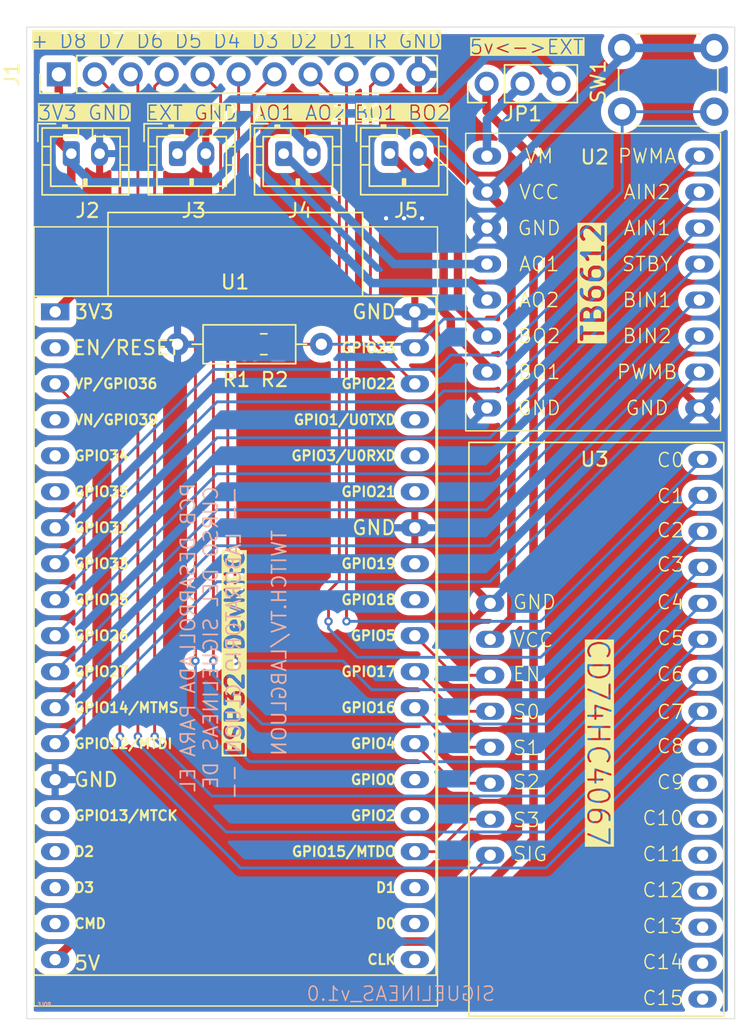
<source format=kicad_pcb>
(kicad_pcb (version 20240108) (generator "pcbnew") (generator_version "8.0")
  (layers (0 "F.Cu" signal) (31 "B.Cu" signal) (34 "B.Paste" user) (35 "F.Paste" user) (36 "B.SilkS" user "B.Silkscreen") (37 "F.SilkS" user "F.Silkscreen") (38 "B.Mask" user) (39 "F.Mask" user) (44 "Edge.Cuts" user))
  (net 0 "")
  (net 1 "GND")
  (net 3 "EN")
  (net 7 "STBY")
  (net 8 "AIN2")
  (net 9 "S1")
  (net 10 "SIG")
  (net 11 "PWMA")
  (net 12 "BIN2")
  (net 13 "AIN1")
  (net 18 "S3")
  (net 23 "S0")
  (net 25 "PWMB")
  (net 26 "IR")
  (net 27 "BIN1")
  (net 33 "S2")
  (net 34 "+5V")
  (net 43 "Net-(J1-Pin_3)")
  (net 44 "Net-(J1-Pin_5)")
  (net 45 "Net-(J1-Pin_2)")
  (net 46 "+3V3")
  (net 47 "Net-(J1-Pin_8)")
  (net 48 "Net-(J1-Pin_6)")
  (net 49 "Net-(J1-Pin_4)")
  (net 50 "Net-(J1-Pin_9)")
  (net 51 "Net-(J1-Pin_7)")
  (net 52 "Net-(U1-GPIO23)")
  (net 53 "Net-(J4-Pin_1)")
  (net 54 "Net-(J4-Pin_2)")
  (net 55 "Net-(J5-Pin_2)")
  (net 56 "Net-(J5-Pin_1)")
  (net 57 "VCC")
  (net 58 "Net-(JP1-C)")
  (footprint "Button_Switch_THT:SW_PUSH_6mm_H5mm" (layer "F.Cu") (at 174.05 39.975 180)
    (property "Reference" "SW1" (at 8.188 2.129 -90) (layer "F.SilkS"))
    (property "Value" "SW_DIP_x01")
    (fp_line (start 6.75 3) (end 6.75 1.5) (stroke (width 0.12)) (layer "F.SilkS"))
    (fp_line (start 5.5 -1) (end 1 -1) (stroke (width 0.12)) (layer "F.SilkS"))
    (fp_line (start 1 5.5) (end 5.5 5.5) (stroke (width 0.12)) (layer "F.SilkS"))
    (fp_line (start -0.25 1.5) (end -0.25 3) (stroke (width 0.12)) (layer "F.SilkS"))
    (pad "1" thru_hole circle (at 0 0 270) (size 2 2) (drill 1.1) (layers "*.Cu" "*.Mask") (net 52 "Net-(U1-GPIO23)"))
    (pad "1" thru_hole circle (at 6.5 0 270) (size 2 2) (drill 1.1) (layers "*.Cu" "*.Mask") (net 52 "Net-(U1-GPIO23)"))
    (pad "2" thru_hole circle (at 0 4.5 270) (size 2 2) (drill 1.1) (layers "*.Cu" "*.Mask") (net 46 "+3V3"))
    (pad "2" thru_hole circle (at 6.5 4.5 270) (size 2 2) (drill 1.1) (layers "*.Cu" "*.Mask") (net 46 "+3V3"))
  )
  (footprint "Resistor_THT:R_Axial_DIN0207_L6.3mm_D2.5mm_P10.16mm_Horizontal" (layer "F.Cu") (at 146.304 56.388 180)
    (property "Reference" "R1" (at 6 -2.5 180) (layer "F.SilkS"))
    (property "Value" "R")
    (fp_line (start 9.12 0) (end 8.35 0) (stroke (width 0.12)) (layer "F.SilkS"))
    (fp_line (start 8.35 1.37) (end 8.35 -1.37) (stroke (width 0.12)) (layer "F.SilkS"))
    (fp_line (start 8.35 -1.37) (end 1.81 -1.37) (stroke (width 0.12)) (layer "F.SilkS"))
    (fp_line (start 1.81 1.37) (end 8.35 1.37) (stroke (width 0.12)) (layer "F.SilkS"))
    (fp_line (start 1.81 -1.37) (end 1.81 1.37) (stroke (width 0.12)) (layer "F.SilkS"))
    (fp_line (start 1.04 0) (end 1.81 0) (stroke (width 0.12)) (layer "F.SilkS"))
    (pad "1" thru_hole circle (at 0 0 180) (size 1.6 1.6) (drill 0.8) (layers "*.Cu" "*.Mask") (net 52 "Net-(U1-GPIO23)"))
    (pad "2" thru_hole oval (at 10.16 0 180) (size 1.6 1.6) (drill 0.8) (layers "*.Cu" "*.Mask") (net 1 "GND"))
  )
  (footprint "wiki:TB6612" (layer "F.Cu") (at 165.5 52)
    (property "Reference" "U2" (at 0.108 -8.82 0) (layer "F.SilkS"))
    (property "Value" "~" (hide yes))
    (fp_rect (start -9 -10.5) (end 9 10.5) (stroke (width 0.1)) (fill none) (layer "F.SilkS"))
    (fp_text user "TB6612" (at 0 0 90) (layer "F.SilkS" knockout) (effects (font (size 1.5 1.5) (thickness 0.25))))
    (fp_text user "BO2" (at -3.81 3.81 0) (layer "F.SilkS") (effects (font (thickness 0.1))))
    (fp_text user "BIN1" (at 3.81 1.27 0) (layer "F.SilkS") (effects (font (thickness 0.1))))
    (fp_text user "AIN1" (at 3.81 -3.81 0) (layer "F.SilkS") (effects (font (thickness 0.1))))
    (fp_text user "GND" (at -3.81 -3.81 0) (layer "F.SilkS") (effects (font (thickness 0.1))))
    (fp_text user "VM" (at -3.81 -8.89 0) (layer "F.SilkS") (effects (font (thickness 0.1))))
    (fp_text user "AIN2" (at 3.81 -6.35 0) (layer "F.SilkS") (effects (font (thickness 0.1))))
    (fp_text user "BIN2" (at 3.81 3.81 0) (layer "F.SilkS") (effects (font (thickness 0.1))))
    (fp_text user "BO1" (at -3.81 6.35 0) (layer "F.SilkS") (effects (font (thickness 0.1))))
    (fp_text user "PWMA" (at 3.81 -8.89 0) (layer "F.SilkS") (effects (font (thickness 0.1))))
    (fp_text user "VCC" (at -3.81 -6.35 0) (layer "F.SilkS") (effects (font (thickness 0.1))))
    (fp_text user "GND" (at 3.81 8.89 0) (layer "F.SilkS") (effects (font (thickness 0.1))))
    (fp_text user "AO2" (at -3.81 1.27 0) (layer "F.SilkS") (effects (font (thickness 0.1))))
    (fp_text user "STBY" (at 3.81 -1.27 0) (layer "F.SilkS") (effects (font (thickness 0.1))))
    (fp_text user "AO1" (at -3.81 -1.27 0) (layer "F.SilkS") (effects (font (thickness 0.1))))
    (fp_text user "PWMB" (at 3.81 6.35 0) (layer "F.SilkS") (effects (font (thickness 0.1))))
    (fp_text user "GND" (at -3.81 8.89 0) (layer "F.SilkS") (effects (font (thickness 0.1))))
    (pad "1" thru_hole oval (at -7.5 -8.89 270) (size 1.2 2) (drill 0.8) (layers "*.Cu" "*.Mask") (net 58 "Net-(JP1-C)"))
    (pad "2" thru_hole oval (at -7.5 -6.35 270) (size 1.2 2) (drill 0.8) (layers "*.Cu" "*.Mask") (net 46 "+3V3"))
    (pad "3" thru_hole oval (at -7.5 -3.81 270) (size 1.2 2) (drill 0.8) (layers "*.Cu" "*.Mask") (net 1 "GND"))
    (pad "4" thru_hole oval (at -7.5 -1.27 270) (size 1.2 2) (drill 0.8) (layers "*.Cu" "*.Mask") (net 53 "Net-(J4-Pin_1)"))
    (pad "5" thru_hole oval (at -7.5 1.27 270) (size 1.2 2) (drill 0.8) (layers "*.Cu" "*.Mask") (net 54 "Net-(J4-Pin_2)"))
    (pad "6" thru_hole oval (at -7.5 3.81 270) (size 1.2 2) (drill 0.8) (layers "*.Cu" "*.Mask") (net 55 "Net-(J5-Pin_2)"))
    (pad "7" thru_hole oval (at -7.5 6.35 270) (size 1.2 2) (drill 0.8) (layers "*.Cu" "*.Mask") (net 56 "Net-(J5-Pin_1)"))
    (pad "8" thru_hole oval (at -7.5 8.89 270) (size 1.2 2) (drill 0.8) (layers "*.Cu" "*.Mask") (net 1 "GND"))
    (pad "9" thru_hole oval (at 7.5 -8.89 270) (size 1.2 2) (drill 0.8) (layers "*.Cu" "*.Mask") (net 11 "PWMA"))
    (pad "10" thru_hole oval (at 7.5 -6.35 270) (size 1.2 2) (drill 0.8) (layers "*.Cu" "*.Mask") (net 8 "AIN2"))
    (pad "11" thru_hole oval (at 7.5 -3.81 270) (size 1.2 2) (drill 0.8) (layers "*.Cu" "*.Mask") (net 13 "AIN1"))
    (pad "12" thru_hole oval (at 7.5 -1.27 270) (size 1.2 2) (drill 0.8) (layers "*.Cu" "*.Mask") (net 7 "STBY"))
    (pad "13" thru_hole oval (at 7.5 1.27 270) (size 1.2 2) (drill 0.8) (layers "*.Cu" "*.Mask") (net 27 "BIN1"))
    (pad "14" thru_hole oval (at 7.5 3.81 270) (size 1.2 2) (drill 0.8) (layers "*.Cu" "*.Mask") (net 12 "BIN2"))
    (pad "15" thru_hole oval (at 7.5 6.35 270) (size 1.2 2) (drill 0.8) (layers "*.Cu" "*.Mask") (net 25 "PWMB"))
    (pad "16" thru_hole oval (at 7.5 8.89 270) (size 1.2 2) (drill 0.8) (layers "*.Cu" "*.Mask") (net 1 "GND"))
  )
  (footprint "Connector_JST:JST_PH_B2B-PH-K_1x02_P2.00mm_Vertical" (layer "F.Cu") (at 128.646 42.934)
    (property "Reference" "J2" (at 1.146 4.016 0) (layer "F.SilkS"))
    (property "Value" "Conn_01x02")
    (fp_line (start -2.36 -2.11) (end -2.36 -0.86) (stroke (width 0.12)) (layer "F.SilkS"))
    (fp_line (start -2.06 -1.81) (end -2.06 2.91) (stroke (width 0.12)) (layer "F.SilkS"))
    (fp_line (start -2.06 -0.5) (end -1.45 -0.5) (stroke (width 0.12)) (layer "F.SilkS"))
    (fp_line (start -2.06 0.8) (end -1.45 0.8) (stroke (width 0.12)) (layer "F.SilkS"))
    (fp_line (start -2.06 2.91) (end 4.06 2.91) (stroke (width 0.12)) (layer "F.SilkS"))
    (fp_line (start -1.45 -1.2) (end -1.45 2.3) (stroke (width 0.12)) (layer "F.SilkS"))
    (fp_line (start -1.45 2.3) (end 3.45 2.3) (stroke (width 0.12)) (layer "F.SilkS"))
    (fp_line (start -1.11 -2.11) (end -2.36 -2.11) (stroke (width 0.12)) (layer "F.SilkS"))
    (fp_line (start -0.6 -2.01) (end -0.6 -1.81) (stroke (width 0.12)) (layer "F.SilkS"))
    (fp_line (start -0.3 -2.01) (end -0.6 -2.01) (stroke (width 0.12)) (layer "F.SilkS"))
    (fp_line (start -0.3 -1.91) (end -0.6 -1.91) (stroke (width 0.12)) (layer "F.SilkS"))
    (fp_line (start -0.3 -1.81) (end -0.3 -2.01) (stroke (width 0.12)) (layer "F.SilkS"))
    (fp_line (start 0.5 -1.81) (end 0.5 -1.2) (stroke (width 0.12)) (layer "F.SilkS"))
    (fp_line (start 0.5 -1.2) (end -1.45 -1.2) (stroke (width 0.12)) (layer "F.SilkS"))
    (fp_line (start 0.9 1.8) (end 1.1 1.8) (stroke (width 0.12)) (layer "F.SilkS"))
    (fp_line (start 0.9 2.3) (end 0.9 1.8) (stroke (width 0.12)) (layer "F.SilkS"))
    (fp_line (start 1 2.3) (end 1 1.8) (stroke (width 0.12)) (layer "F.SilkS"))
    (fp_line (start 1.1 1.8) (end 1.1 2.3) (stroke (width 0.12)) (layer "F.SilkS"))
    (fp_line (start 1.5 -1.2) (end 1.5 -1.81) (stroke (width 0.12)) (layer "F.SilkS"))
    (fp_line (start 3.45 -1.2) (end 1.5 -1.2) (stroke (width 0.12)) (layer "F.SilkS"))
    (fp_line (start 3.45 2.3) (end 3.45 -1.2) (stroke (width 0.12)) (layer "F.SilkS"))
    (fp_line (start 4.06 -1.81) (end -2.06 -1.81) (stroke (width 0.12)) (layer "F.SilkS"))
    (fp_line (start 4.06 -0.5) (end 3.45 -0.5) (stroke (width 0.12)) (layer "F.SilkS"))
    (fp_line (start 4.06 0.8) (end 3.45 0.8) (stroke (width 0.12)) (layer "F.SilkS"))
    (fp_line (start 4.06 2.91) (end 4.06 -1.81) (stroke (width 0.12)) (layer "F.SilkS"))
    (pad "1" thru_hole roundrect (at 0 0) (size 1.2 1.75) (drill 0.75) (layers "*.Cu" "*.Mask") (roundrect_rratio 0.2083333333) (net 46 "+3V3"))
    (pad "2" thru_hole oval (at 2 0) (size 1.2 1.75) (drill 0.75) (layers "*.Cu" "*.Mask") (net 1 "GND"))
  )
  (footprint "wiki:CD74HC4067" (layer "F.Cu") (at 165.728 83.566 180)
    (property "Reference" "U3" (at 0.12 19.05 180) (layer "F.SilkS"))
    (property "Value" "~" (hide yes))
    (fp_rect (start -9 -20.25) (end 9 20.25) (stroke (width 0.12)) (fill none) (layer "F.SilkS"))
    (fp_text user "C5" (at -4.198 5.842 180) (layer "F.SilkS") (effects (font (thickness 0.1)) (justify left bottom)))
    (fp_text user "C7" (at -4.198 0.635 180) (layer "F.SilkS") (effects (font (thickness 0.1)) (justify left bottom)))
    (fp_text user "S3" (at 5.962 -6.985 180) (layer "F.SilkS") (effects (font (thickness 0.1)) (justify left bottom)))
    (fp_text user "C3" (at -4.198 11.049 180) (layer "F.SilkS") (effects (font (thickness 0.1)) (justify left bottom)))
    (fp_text user "CD74HC4067" (at 0.762 6.477 -90) (layer "F.SilkS" knockout) (effects (font (size 1.5 1.5)) (justify left bottom)))
    (fp_text user "C6" (at -4.198 3.302 180) (layer "F.SilkS") (effects (font (thickness 0.1)) (justify left bottom)))
    (fp_text user "C13" (at -3.182 -14.478 180) (layer "F.SilkS") (effects (font (thickness 0.1)) (justify left bottom)))
    (fp_text user "EN" (at 5.962 3.302 180) (layer "F.SilkS") (effects (font (thickness 0.1)) (justify left bottom)))
    (fp_text user "C14" (at -3.182 -17.018 180) (layer "F.SilkS") (effects (font (thickness 0.1)) (justify left bottom)))
    (fp_text user "S2" (at 5.962 -4.318 180) (layer "F.SilkS") (effects (font (thickness 0.1)) (justify left bottom)))
    (fp_text user "C10" (at -3.182 -6.858 180) (layer "F.SilkS") (effects (font (thickness 0.1)) (justify left bottom)))
    (fp_text user "C11" (at -3.182 -9.398 180) (layer "F.SilkS") (effects (font (thickness 0.1)) (justify left bottom)))
    (fp_text user "GND" (at 5.962 8.382 180) (layer "F.SilkS") (effects (font (thickness 0.1)) (justify left bottom)))
    (fp_text user "C9" (at -4.198 -4.318 180) (layer "F.SilkS") (effects (font (thickness 0.1)) (justify left bottom)))
    (fp_text user "C1" (at -4.198 15.875 180) (layer "F.SilkS") (effects (font (thickness 0.1)) (justify left bottom)))
    (fp_text user "C2" (at -4.198 13.462 180) (layer "F.SilkS") (effects (font (thickness 0.1)) (justify left bottom)))
    (fp_text user "C15" (at -3.182 -19.558 180) (layer "F.SilkS") (effects (font (thickness 0.1)) (justify left bottom)))
    (fp_text user "VCC" (at 5.962 5.715 180) (layer "F.SilkS") (effects (font (thickness 0.1)) (justify left bottom)))
    (fp_text user "C0" (at -4.198 18.415 180) (layer "F.SilkS") (effects (font (thickness 0.1)) (justify left bottom)))
    (fp_text user "C12" (at -3.182 -11.938 180) (layer "F.SilkS") (effects (font (thickness 0.1)) (justify left bottom)))
    (fp_text user "S0" (at 5.962 0.635 180) (layer "F.SilkS") (effects (font (thickness 0.1)) (justify left bottom)))
    (fp_text user "SIG" (at 5.962 -9.398 180) (layer "F.SilkS") (effects (font (thickness 0.1)) (justify left bottom)))
    (fp_text user "C4" (at -4.198 8.382 180) (layer "F.SilkS") (effects (font (thickness 0.1)) (justify left bottom)))
    (fp_text user "C8" (at -4.198 -1.778 180) (layer "F.SilkS") (effects (font (thickness 0.1)) (justify left bottom)))
    (fp_text user "S1" (at 5.962 -1.905 180) (layer "F.SilkS") (effects (font (thickness 0.1)) (justify left bottom)))
    (pad "1" thru_hole oval (at -7.5 -19.05 90) (size 1.2 2) (drill 0.8) (layers "*.Cu" "*.Mask"))
    (pad "2" thru_hole oval (at -7.5 -16.51 90) (size 1.2 2) (drill 0.8) (layers "*.Cu" "*.Mask"))
    (pad "3" thru_hole oval (at -7.5 -13.97 90) (size 1.2 2) (drill 0.8) (layers "*.Cu" "*.Mask"))
    (pad "4" thru_hole oval (at -7.5 -11.43 90) (size 1.2 2) (drill 0.8) (layers "*.Cu" "*.Mask"))
    (pad "5" thru_hole oval (at -7.5 -8.89 90) (size 1.2 2) (drill 0.8) (layers "*.Cu" "*.Mask"))
    (pad "6" thru_hole oval (at -7.5 -6.35 90) (size 1.2 2) (drill 0.8) (layers "*.Cu" "*.Mask"))
    (pad "7" thru_hole oval (at -7.5 -3.81 90) (size 1.2 2) (drill 0.8) (layers "*.Cu" "*.Mask"))
    (pad "8" thru_hole oval (at -7.5 -1.27 90) (size 1.2 2) (drill 0.8) (layers "*.Cu" "*.Mask"))
    (pad "9" thru_hole oval (at -7.5 1.27 90) (size 1.2 2) (drill 0.8) (layers "*.Cu" "*.Mask") (net 45 "Net-(J1-Pin_2)"))
    (pad "10" thru_hole oval (at -7.5 3.81 90) (size 1.2 2) (drill 0.8) (layers "*.Cu" "*.Mask") (net 43 "Net-(J1-Pin_3)"))
    (pad "11" thru_hole oval (at -7.5 6.35 90) (size 1.2 2) (drill 0.8) (layers "*.Cu" "*.Mask") (net 49 "Net-(J1-Pin_4)"))
    (pad "12" thru_hole oval (at -7.5 8.89 90) (size 1.2 2) (drill 0.8) (layers "*.Cu" "*.Mask") (net 44 "Net-(J1-Pin_5)"))
    (pad "13" thru_hole oval (at -7.5 11.43 90) (size 1.2 2) (drill 0.8) (layers "*.Cu" "*.Mask") (net 48 "Net-(J1-Pin_6)"))
    (pad "14" thru_hole oval (at -7.5 13.97 90) (size 1.2 2) (drill 0.8) (layers "*.Cu" "*.Mask") (net 51 "Net-(J1-Pin_7)"))
    (pad "15" thru_hole oval (at -7.5 16.51 90) (size 1.2 2) (drill 0.8) (layers "*.Cu" "*.Mask") (net 47 "Net-(J1-Pin_8)"))
    (pad "16" thru_hole oval (at -7.5 19.05 90) (size 1.2 2) (drill 0.8) (layers "*.Cu" "*.Mask") (net 50 "Net-(J1-Pin_9)"))
    (pad "17" thru_hole oval (at 7.5 -8.89 90) (size 1.2 2) (drill 0.8) (layers "*.Cu" "*.Mask") (net 10 "SIG"))
    (pad "18" thru_hole oval (at 7.5 -6.35 90) (size 1.2 2) (drill 0.8) (layers "*.Cu" "*.Mask") (net 18 "S3"))
    (pad "19" thru_hole oval (at 7.5 -3.81 90) (size 1.2 2) (drill 0.8) (layers "*.Cu" "*.Mask") (net 33 "S2"))
    (pad "20" thru_hole oval (at 7.5 -1.27 90) (size 1.2 2) (drill 0.8) (layers "*.Cu" "*.Mask") (net 9 "S1"))
    (pad "21" thru_hole oval (at 7.5 1.27 90) (size 1.2 2) (drill 0.8) (layers "*.Cu" "*.Mask") (net 23 "S0"))
    (pad "22" thru_hole oval (at 7.5 3.81 90) (size 1.2 2) (drill 0.8) (layers "*.Cu" "*.Mask") (net 3 "EN"))
    (pad "23" thru_hole oval (at 7.5 6.35 90) (size 1.2 2) (drill 0.8) (layers "*.Cu" "*.Mask") (net 46 "+3V3"))
    (pad "24" thru_hole oval (at 7.5 8.89 90) (size 1.2 2) (drill 0.8) (layers "*.Cu" "*.Mask") (net 1 "GND"))
  )
  (footprint "Connector_PinHeader_2.54mm:PinHeader_1x03_P2.54mm_Vertical" (layer "F.Cu") (at 157.975 38 90)
    (property "Reference" "JP1" (at -2.132 2.553 0) (layer "F.SilkS"))
    (property "Value" "Jumper_3_Open")
    (fp_line (start -1.33 -1.33) (end 0 -1.33) (stroke (width 0.12)) (layer "F.SilkS"))
    (fp_line (start -1.33 0) (end -1.33 -1.33) (stroke (width 0.12)) (layer "F.SilkS"))
    (fp_line (start 1.33 1.27) (end 1.33 6.41) (stroke (width 0.12)) (layer "F.SilkS"))
    (fp_line (start -1.33 1.27) (end 1.33 1.27) (stroke (width 0.12)) (layer "F.SilkS"))
    (fp_line (start -1.33 1.27) (end -1.33 6.41) (stroke (width 0.12)) (layer "F.SilkS"))
    (fp_line (start -1.33 6.41) (end 1.33 6.41) (stroke (width 0.12)) (layer "F.SilkS"))
    (pad "1" thru_hole circle (at 0 0 90) (size 1.7 1.7) (drill 1) (layers "*.Cu" "*.Mask") (net 34 "+5V"))
    (pad "2" thru_hole oval (at 0 2.54 90) (size 1.7 1.7) (drill 1) (layers "*.Cu" "*.Mask") (net 58 "Net-(JP1-C)"))
    (pad "3" thru_hole oval (at 0 5.08 90) (size 1.7 1.7) (drill 1) (layers "*.Cu" "*.Mask") (net 57 "VCC"))
  )
  (footprint "Connector_JST:JST_PH_B2B-PH-K_1x02_P2.00mm_Vertical" (layer "F.Cu") (at 143.646 42.934)
    (property "Reference" "J4" (at 1.146 4.016 0) (layer "F.SilkS"))
    (property "Value" "Conn_01x02")
    (fp_line (start -2.36 -2.11) (end -2.36 -0.86) (stroke (width 0.12)) (layer "F.SilkS"))
    (fp_line (start -2.06 -1.81) (end -2.06 2.91) (stroke (width 0.12)) (layer "F.SilkS"))
    (fp_line (start -2.06 -0.5) (end -1.45 -0.5) (stroke (width 0.12)) (layer "F.SilkS"))
    (fp_line (start -2.06 0.8) (end -1.45 0.8) (stroke (width 0.12)) (layer "F.SilkS"))
    (fp_line (start -2.06 2.91) (end 4.06 2.91) (stroke (width 0.12)) (layer "F.SilkS"))
    (fp_line (start -1.45 -1.2) (end -1.45 2.3) (stroke (width 0.12)) (layer "F.SilkS"))
    (fp_line (start -1.45 2.3) (end 3.45 2.3) (stroke (width 0.12)) (layer "F.SilkS"))
    (fp_line (start -1.11 -2.11) (end -2.36 -2.11) (stroke (width 0.12)) (layer "F.SilkS"))
    (fp_line (start -0.6 -2.01) (end -0.6 -1.81) (stroke (width 0.12)) (layer "F.SilkS"))
    (fp_line (start -0.3 -2.01) (end -0.6 -2.01) (stroke (width 0.12)) (layer "F.SilkS"))
    (fp_line (start -0.3 -1.91) (end -0.6 -1.91) (stroke (width 0.12)) (layer "F.SilkS"))
    (fp_line (start -0.3 -1.81) (end -0.3 -2.01) (stroke (width 0.12)) (layer "F.SilkS"))
    (fp_line (start 0.5 -1.81) (end 0.5 -1.2) (stroke (width 0.12)) (layer "F.SilkS"))
    (fp_line (start 0.5 -1.2) (end -1.45 -1.2) (stroke (width 0.12)) (layer "F.SilkS"))
    (fp_line (start 0.9 1.8) (end 1.1 1.8) (stroke (width 0.12)) (layer "F.SilkS"))
    (fp_line (start 0.9 2.3) (end 0.9 1.8) (stroke (width 0.12)) (layer "F.SilkS"))
    (fp_line (start 1 2.3) (end 1 1.8) (stroke (width 0.12)) (layer "F.SilkS"))
    (fp_line (start 1.1 1.8) (end 1.1 2.3) (stroke (width 0.12)) (layer "F.SilkS"))
    (fp_line (start 1.5 -1.2) (end 1.5 -1.81) (stroke (width 0.12)) (layer "F.SilkS"))
    (fp_line (start 3.45 -1.2) (end 1.5 -1.2) (stroke (width 0.12)) (layer "F.SilkS"))
    (fp_line (start 3.45 2.3) (end 3.45 -1.2) (stroke (width 0.12)) (layer "F.SilkS"))
    (fp_line (start 4.06 -1.81) (end -2.06 -1.81) (stroke (width 0.12)) (layer "F.SilkS"))
    (fp_line (start 4.06 -0.5) (end 3.45 -0.5) (stroke (width 0.12)) (layer "F.SilkS"))
    (fp_line (start 4.06 0.8) (end 3.45 0.8) (stroke (width 0.12)) (layer "F.SilkS"))
    (fp_line (start 4.06 2.91) (end 4.06 -1.81) (stroke (width 0.12)) (layer "F.SilkS"))
    (pad "1" thru_hole roundrect (at 0 0) (size 1.2 1.75) (drill 0.75) (layers "*.Cu" "*.Mask") (roundrect_rratio 0.2083333333) (net 53 "Net-(J4-Pin_1)"))
    (pad "2" thru_hole oval (at 2 0) (size 1.2 1.75) (drill 0.75) (layers "*.Cu" "*.Mask") (net 54 "Net-(J4-Pin_2)"))
  )
  (footprint "Connector_PinHeader_2.54mm:PinHeader_1x11_P2.54mm_Vertical" (layer "F.Cu") (at 127.762 37.338 90)
    (property "Reference" "J1" (at 0 -3.302 -90) (layer "F.SilkS"))
    (property "Value" "Conn_01x11")
    (fp_line (start -1.33 -1.33) (end 0 -1.33) (stroke (width 0.12)) (layer "F.SilkS"))
    (fp_line (start -1.33 0) (end -1.33 -1.33) (stroke (width 0.12)) (layer "F.SilkS"))
    (fp_line (start 1.33 1.27) (end 1.33 26.73) (stroke (width 0.12)) (layer "F.SilkS"))
    (fp_line (start -1.33 1.27) (end 1.33 1.27) (stroke (width 0.12)) (layer "F.SilkS"))
    (fp_line (start -1.33 1.27) (end -1.33 26.73) (stroke (width 0.12)) (layer "F.SilkS"))
    (fp_line (start -1.33 26.73) (end 1.33 26.73) (stroke (width 0.12)) (layer "F.SilkS"))
    (pad "1" thru_hole rect (at 0 0 90) (size 1.7 1.7) (drill 1) (layers "*.Cu" "*.Mask") (net 46 "+3V3"))
    (pad "2" thru_hole oval (at 0 2.54 90) (size 1.7 1.7) (drill 1) (layers "*.Cu" "*.Mask") (net 45 "Net-(J1-Pin_2)"))
    (pad "3" thru_hole oval (at 0 5.08 90) (size 1.7 1.7) (drill 1) (layers "*.Cu" "*.Mask") (net 43 "Net-(J1-Pin_3)"))
    (pad "4" thru_hole oval (at 0 7.62 90) (size 1.7 1.7) (drill 1) (layers "*.Cu" "*.Mask") (net 49 "Net-(J1-Pin_4)"))
    (pad "5" thru_hole oval (at 0 10.16 90) (size 1.7 1.7) (drill 1) (layers "*.Cu" "*.Mask") (net 44 "Net-(J1-Pin_5)"))
    (pad "6" thru_hole oval (at 0 12.7 90) (size 1.7 1.7) (drill 1) (layers "*.Cu" "*.Mask") (net 48 "Net-(J1-Pin_6)"))
    (pad "7" thru_hole oval (at 0 15.24 90) (size 1.7 1.7) (drill 1) (layers "*.Cu" "*.Mask") (net 51 "Net-(J1-Pin_7)"))
    (pad "8" thru_hole oval (at 0 17.78 90) (size 1.7 1.7) (drill 1) (layers "*.Cu" "*.Mask") (net 47 "Net-(J1-Pin_8)"))
    (pad "9" thru_hole oval (at 0 20.32 90) (size 1.7 1.7) (drill 1) (layers "*.Cu" "*.Mask") (net 50 "Net-(J1-Pin_9)"))
    (pad "10" thru_hole oval (at 0 22.86 90) (size 1.7 1.7) (drill 1) (layers "*.Cu" "*.Mask") (net 26 "IR"))
    (pad "11" thru_hole oval (at 0 25.4 90) (size 1.7 1.7) (drill 1) (layers "*.Cu" "*.Mask") (net 1 "GND"))
  )
  (footprint "Connector_JST:JST_PH_B2B-PH-K_1x02_P2.00mm_Vertical" (layer "F.Cu") (at 151.146 42.926)
    (property "Reference" "J5" (at 1.146 4.016 0) (layer "F.SilkS"))
    (property "Value" "Conn_01x02")
    (fp_line (start -2.36 -2.11) (end -2.36 -0.86) (stroke (width 0.12)) (layer "F.SilkS"))
    (fp_line (start -2.06 -1.81) (end -2.06 2.91) (stroke (width 0.12)) (layer "F.SilkS"))
    (fp_line (start -2.06 -0.5) (end -1.45 -0.5) (stroke (width 0.12)) (layer "F.SilkS"))
    (fp_line (start -2.06 0.8) (end -1.45 0.8) (stroke (width 0.12)) (layer "F.SilkS"))
    (fp_line (start -2.06 2.91) (end 4.06 2.91) (stroke (width 0.12)) (layer "F.SilkS"))
    (fp_line (start -1.45 -1.2) (end -1.45 2.3) (stroke (width 0.12)) (layer "F.SilkS"))
    (fp_line (start -1.45 2.3) (end 3.45 2.3) (stroke (width 0.12)) (layer "F.SilkS"))
    (fp_line (start -1.11 -2.11) (end -2.36 -2.11) (stroke (width 0.12)) (layer "F.SilkS"))
    (fp_line (start -0.6 -2.01) (end -0.6 -1.81) (stroke (width 0.12)) (layer "F.SilkS"))
    (fp_line (start -0.3 -2.01) (end -0.6 -2.01) (stroke (width 0.12)) (layer "F.SilkS"))
    (fp_line (start -0.3 -1.91) (end -0.6 -1.91) (stroke (width 0.12)) (layer "F.SilkS"))
    (fp_line (start -0.3 -1.81) (end -0.3 -2.01) (stroke (width 0.12)) (layer "F.SilkS"))
    (fp_line (start 0.5 -1.81) (end 0.5 -1.2) (stroke (width 0.12)) (layer "F.SilkS"))
    (fp_line (start 0.5 -1.2) (end -1.45 -1.2) (stroke (width 0.12)) (layer "F.SilkS"))
    (fp_line (start 0.9 1.8) (end 1.1 1.8) (stroke (width 0.12)) (layer "F.SilkS"))
    (fp_line (start 0.9 2.3) (end 0.9 1.8) (stroke (width 0.12)) (layer "F.SilkS"))
    (fp_line (start 1 2.3) (end 1 1.8) (stroke (width 0.12)) (layer "F.SilkS"))
    (fp_line (start 1.1 1.8) (end 1.1 2.3) (stroke (width 0.12)) (layer "F.SilkS"))
    (fp_line (start 1.5 -1.2) (end 1.5 -1.81) (stroke (width 0.12)) (layer "F.SilkS"))
    (fp_line (start 3.45 -1.2) (end 1.5 -1.2) (stroke (width 0.12)) (layer "F.SilkS"))
    (fp_line (start 3.45 2.3) (end 3.45 -1.2) (stroke (width 0.12)) (layer "F.SilkS"))
    (fp_line (start 4.06 -1.81) (end -2.06 -1.81) (stroke (width 0.12)) (layer "F.SilkS"))
    (fp_line (start 4.06 -0.5) (end 3.45 -0.5) (stroke (width 0.12)) (layer "F.SilkS"))
    (fp_line (start 4.06 0.8) (end 3.45 0.8) (stroke (width 0.12)) (layer "F.SilkS"))
    (fp_line (start 4.06 2.91) (end 4.06 -1.81) (stroke (width 0.12)) (layer "F.SilkS"))
    (pad "1" thru_hole roundrect (at 0 0) (size 1.2 1.75) (drill 0.75) (layers "*.Cu" "*.Mask") (roundrect_rratio 0.2083333333) (net 56 "Net-(J5-Pin_1)"))
    (pad "2" thru_hole oval (at 2 0) (size 1.2 1.75) (drill 0.75) (layers "*.Cu" "*.Mask") (net 55 "Net-(J5-Pin_2)"))
  )
  (footprint "PCM_Espressif:ESP32-DevKitC" (layer "F.Cu") (at 127.508 54.102)
    (property "Reference" "U1" (at 12.7 -2.1 0) (layer "F.SilkS"))
    (property "Value" "ESP32-DevKitC" (at 12.7 24.13 90) (layer "F.SilkS" knockout) (effects (font (size 1.25 1.25) (thickness 0.25) (bold yes))))
    (fp_line (start -1.5 46.82) (end 26.899999 46.82) (stroke (width 0.12)) (layer "F.SilkS"))
    (fp_line (start -1.499999 -1.1) (end -1.5 46.82) (stroke (width 0.12)) (layer "F.SilkS"))
    (fp_line (start 3.73012 -7.01312) (end 21.71332 -7.01312) (stroke (width 0.12)) (layer "F.SilkS"))
    (fp_line (start 3.73012 -1.12032) (end 3.73012 -7.01312) (stroke (width 0.12)) (layer "F.SilkS"))
    (fp_line (start 21.71332 -7.01312) (end 21.71332 -1.12032) (stroke (width 0.12)) (layer "F.SilkS"))
    (fp_line (start 26.899999 46.82) (end 26.9 -1.1) (stroke (width 0.12)) (layer "F.SilkS"))
    (fp_line (start 26.9 -1.1) (end -1.499999 -1.1) (stroke (width 0.12)) (layer "F.SilkS"))
    (fp_rect (start -1.5 -6) (end 27 49) (stroke (width 0.1)) (fill none) (layer "F.SilkS"))
    (fp_text user "GPIO4" (at 24.13 30.48 0) (layer "F.SilkS") (effects (font (size 0.7 0.7)) (justify right)))
    (fp_text user "D0" (at 24.13 43.18 0) (layer "F.SilkS") (effects (font (size 0.7 0.7)) (justify right)))
    (fp_text user "3V3" (at 1.27 0 0) (layer "F.SilkS") (effects (justify left)))
    (fp_text user "GPIO0" (at 24.13 33.02 0) (layer "F.SilkS") (effects (font (size 0.7 0.7)) (justify right)))
    (fp_text user "GPIO21" (at 24.13 12.7 0) (layer "F.SilkS") (effects (font (size 0.7 0.7)) (justify right)))
    (fp_text user "5V" (at 1.26632 45.97128 0) (layer "F.SilkS") (effects (justify left)))
    (fp_text user "GPIO14/MTMS" (at 1.27 27.94 0) (layer "F.SilkS") (effects (font (size 0.7 0.7)) (justify left)))
    (fp_text user "VN/GPIO39" (at 1.27 7.62 0) (layer "F.SilkS") (effects (font (size 0.7 0.7)) (justify left)))
    (fp_text user "GPIO17" (at 24.13 25.4 0) (layer "F.SilkS") (effects (font (size 0.7 0.7)) (justify right)))
    (fp_text user "GPIO3/U0RXD" (at 24.13 10.16 0) (layer "F.SilkS") (effects (font (size 0.7 0.7)) (justify right)))
    (fp_text user "CLK" (at 24.13 45.72 0) (layer "F.SilkS") (effects (font (size 0.7 0.7)) (justify right)))
    (fp_text user "GPIO25" (at 1.27 20.32 0) (layer "F.SilkS") (effects (font (size 0.7 0.7)) (justify left)))
    (fp_text user "GND" (at 24.13 0 0) (layer "F.SilkS") (effects (justify right)))
    (fp_text user "D2" (at 1.27 38.1 0) (layer "F.SilkS") (effects (font (size 0.7 0.7)) (justify left)))
    (fp_text user "GPIO5" (at 24.13 22.86 0) (layer "F.SilkS") (effects (font (size 0.7 0.7)) (justify right)))
    (fp_text user "GPIO22" (at 24.13 5.08 0) (layer "F.SilkS") (effects (font (size 0.7 0.7)) (justify right)))
    (fp_text user "GPIO2" (at 24.13 35.56 0) (layer "F.SilkS") (effects (font (size 0.7 0.7)) (justify right)))
    (fp_text user "GPIO16" (at 24.13 27.94 0) (layer "F.SilkS") (effects (font (size 0.7 0.7)) (justify right)))
    (fp_text user "GND" (at 24.13 15.24 0) (layer "F.SilkS") (effects (justify right)))
    (fp_text user "GPIO15/MTDO" (at 24.13 38.1 0) (layer "F.SilkS") (effects (font (size 0.7 0.7)) (justify right)))
    (fp_text user "CMD" (at 1.27 43.18 0) (layer "F.SilkS") (effects (font (size 0.7 0.7)) (justify left)))
    (fp_text user "GPIO32" (at 1.27 15.24 0) (layer "F.SilkS") (effects (font (size 0.7 0.7)) (justify left)))
    (fp_text user "GPIO35" (at 1.27 12.7 0) (layer "F.SilkS") (effects (font (size 0.7 0.7)) (justify left)))
    (fp_text user "GPIO33" (at 1.27 17.78 0) (layer "F.SilkS") (effects (font (size 0.7 0.7)) (justify left)))
    (fp_text user "GND" (at 1.27 33.02 0) (layer "F.SilkS") (effects (justify left)))
    (fp_text user "D1" (at 24.13 40.64 0) (layer "F.SilkS") (effects (font (size 0.7 0.7)) (justify right)))
    (fp_text user "GPIO23" (at 24.13 2.54 0) (layer "F.SilkS") (effects (font (size 0.7 0.7)) (justify right)))
    (fp_text user "GPIO34" (at 1.27 10.16 0) (layer "F.SilkS") (effects (font (size 0.7 0.7)) (justify left)))
    (fp_text user "GPIO26" (at 1.27 22.86 0) (layer "F.SilkS") (effects (font (size 0.7 0.7)) (justify left)))
    (fp_text user "GPIO1/U0TXD" (at 24.13 7.62 0) (layer "F.SilkS") (effects (font (size 0.7 0.7)) (justify right)))
    (fp_text user "GPIO12/MTDI" (at 1.27 30.48 0) (layer "F.SilkS") (effects (font (size 0.7 0.7)) (justify left)))
    (fp_text user "EN/RESET" (at 8.88632 2.53728 0) (layer "F.SilkS") (effects (justify right)))
    (fp_text user "GPIO18" (at 24.13 20.32 0) (layer "F.SilkS") (effects (font (size 0.7 0.7)) (justify right)))
    (fp_text user "D3" (at 1.27 40.64 0) (layer "F.SilkS") (effects (font (size 0.7 0.7)) (justify left)))
    (fp_text user "VP/GPIO36" (at 1.27 5.08 0) (layer "F.SilkS") (effects (font (size 0.7 0.7)) (justify left)))
    (fp_text user "GPIO13/MTCK" (at 1.27 35.56 0) (layer "F.SilkS") (effects (font (size 0.7 0.7)) (justify left)))
    (fp_text user "GPIO27" (at 1.27 25.4 0) (layer "F.SilkS") (effects (font (size 0.7 0.7)) (justify left)))
    (fp_text user "GPIO19" (at 24.13 17.78 0) (layer "F.SilkS") (effects (font (size 0.7 0.7)) (justify right)))
    (pad "1" thru_hole rect (at 0 0 270) (size 1.2 2) (drill 0.8) (layers "*.Cu" "*.Mask") (net 46 "+3V3"))
    (pad "2" thru_hole oval (at 0 2.54 270) (size 1.2 2) (drill 0.8) (layers "*.Cu" "*.Mask"))
    (pad "3" thru_hole oval (at 0 5.08 270) (size 1.2 2) (drill 0.8) (layers "*.Cu" "*.Mask") (net 10 "SIG"))
    (pad "4" thru_hole oval (at 0 7.62 270) (size 1.2 2) (drill 0.8) (layers "*.Cu" "*.Mask"))
    (pad "5" thru_hole oval (at 0 10.16 270) (size 1.2 2) (drill 0.8) (layers "*.Cu" "*.Mask"))
    (pad "6" thru_hole oval (at 0 12.7 270) (size 1.2 2) (drill 0.8) (layers "*.Cu" "*.Mask"))
    (pad "7" thru_hole oval (at 0 15.24 270) (size 1.2 2) (drill 0.8) (layers "*.Cu" "*.Mask") (net 11 "PWMA"))
    (pad "8" thru_hole oval (at 0 17.78 270) (size 1.2 2) (drill 0.8) (layers "*.Cu" "*.Mask") (net 8 "AIN2"))
    (pad "9" thru_hole oval (at 0 20.32 270) (size 1.2 2) (drill 0.8) (layers "*.Cu" "*.Mask") (net 13 "AIN1"))
    (pad "10" thru_hole oval (at 0 22.86 270) (size 1.2 2) (drill 0.8) (layers "*.Cu" "*.Mask") (net 7 "STBY"))
    (pad "11" thru_hole oval (at 0 25.4 270) (size 1.2 2) (drill 0.8) (layers "*.Cu" "*.Mask") (net 27 "BIN1"))
    (pad "12" thru_hole oval (at 0 27.94 270) (size 1.2 2) (drill 0.8) (layers "*.Cu" "*.Mask") (net 12 "BIN2"))
    (pad "13" thru_hole oval (at 0 30.48 270) (size 1.2 2) (drill 0.8) (layers "*.Cu" "*.Mask") (net 25 "PWMB"))
    (pad "14" thru_hole oval (at 0 33.02 270) (size 1.2 2) (drill 0.8) (layers "*.Cu" "*.Mask") (net 1 "GND"))
    (pad "15" thru_hole oval (at 0 35.56 270) (size 1.2 2) (drill 0.8) (layers "*.Cu" "*.Mask"))
    (pad "16" thru_hole oval (at 0 38.1 270) (size 1.2 2) (drill 0.8) (layers "*.Cu" "*.Mask"))
    (pad "17" thru_hole oval (at 0 40.64 270) (size 1.2 2) (drill 0.8) (layers "*.Cu" "*.Mask"))
    (pad "18" thru_hole oval (at 0 43.18 270) (size 1.2 2) (drill 0.8) (layers "*.Cu" "*.Mask"))
    (pad "19" thru_hole oval (at 0 45.72 270) (size 1.2 2) (drill 0.8) (layers "*.Cu" "*.Mask") (net 34 "+5V"))
    (pad "20" thru_hole oval (at 25.39632 45.71728 270) (size 1.2 2) (drill 0.8) (layers "*.Cu" "*.Mask"))
    (pad "21" thru_hole oval (at 25.39632 43.17728 270) (size 1.2 2) (drill 0.8) (layers "*.Cu" "*.Mask"))
    (pad "22" thru_hole oval (at 25.4 40.64 270) (size 1.2 2) (drill 0.8) (layers "*.Cu" "*.Mask"))
    (pad "23" thru_hole oval (at 25.4 38.1 270) (size 1.2 2) (drill 0.8) (layers "*.Cu" "*.Mask") (net 18 "S3"))
    (pad "24" thru_hole oval (at 25.4 35.56 270) (size 1.2 2) (drill 0.8) (layers "*.Cu" "*.Mask"))
    (pad "25" thru_hole oval (at 25.4 33.02 270) (size 1.2 2) (drill 0.8) (layers "*.Cu" "*.Mask"))
    (pad "26" thru_hole oval (at 25.4 30.48 270) (size 1.2 2) (drill 0.8) (layers "*.Cu" "*.Mask") (net 33 "S2"))
    (pad "27" thru_hole oval (at 25.4 27.94 270) (size 1.2 2) (drill 0.8) (layers "*.Cu" "*.Mask") (net 9 "S1"))
    (pad "28" thru_hole oval (at 25.4 25.4 270) (size 1.2 2) (drill 0.8) (layers "*.Cu" "*.Mask") (net 23 "S0"))
    (pad "29" thru_hole oval (at 25.4 22.86 270) (size 1.2 2) (drill 0.8) (layers "*.Cu" "*.Mask") (net 3 "EN"))
    (pad "30" thru_hole oval (at 25.4 20.32 270) (size 1.2 2) (drill 0.8) (layers "*.Cu" "*.Mask"))
    (pad "31" thru_hole oval (at 25.4 17.78 270) (size 1.2 2) (drill 0.8) (layers "*.Cu" "*.Mask"))
    (pad "32" thru_hole oval (at 25.4 15.24 270) (size 1.2 2) (drill 0.8) (layers "*.Cu" "*.Mask") (net 1 "GND"))
    (pad "33" thru_hole oval (at 25.4 12.7 270) (size 1.2 2) (drill 0.8) (layers "*.Cu" "*.Mask"))
    (pad "34" thru_hole oval (at 25.4 10.16 270) (size 1.2 2) (drill 0.8) (layers "*.Cu" "*.Mask"))
    (pad "35" thru_hole oval (at 25.4 7.62 270) (size 1.2 2) (drill 0.8) (layers "*.Cu" "*.Mask"))
    (pad "36" thru_hole oval (at 25.4 5.08 270) (size 1.2 2) (drill 0.8) (layers "*.Cu" "*.Mask") (net 26 "IR"))
    (pad "37" thru_hole oval (at 25.4 2.54 270) (size 1.2 2) (drill 0.8) (layers "*.Cu" "*.Mask") (net 52 "Net-(U1-GPIO23)"))
    (pad "38" thru_hole oval (at 25.4 0 270) (size 1.2 2) (drill 0.8) (layers "*.Cu" "*.Mask") (net 1 "GND"))
  )
  (footprint "Connector_JST:JST_PH_B2B-PH-K_1x02_P2.00mm_Vertical" (layer "F.Cu") (at 136.146 42.934)
    (property "Reference" "J3" (at 1.146 4.016 0) (layer "F.SilkS"))
    (property "Value" "Conn_01x02")
    (fp_line (start -2.36 -2.11) (end -2.36 -0.86) (stroke (width 0.12)) (layer "F.SilkS"))
    (fp_line (start -2.06 -1.81) (end -2.06 2.91) (stroke (width 0.12)) (layer "F.SilkS"))
    (fp_line (start -2.06 -0.5) (end -1.45 -0.5) (stroke (width 0.12)) (layer "F.SilkS"))
    (fp_line (start -2.06 0.8) (end -1.45 0.8) (stroke (width 0.12)) (layer "F.SilkS"))
    (fp_line (start -2.06 2.91) (end 4.06 2.91) (stroke (width 0.12)) (layer "F.SilkS"))
    (fp_line (start -1.45 -1.2) (end -1.45 2.3) (stroke (width 0.12)) (layer "F.SilkS"))
    (fp_line (start -1.45 2.3) (end 3.45 2.3) (stroke (width 0.12)) (layer "F.SilkS"))
    (fp_line (start -1.11 -2.11) (end -2.36 -2.11) (stroke (width 0.12)) (layer "F.SilkS"))
    (fp_line (start -0.6 -2.01) (end -0.6 -1.81) (stroke (width 0.12)) (layer "F.SilkS"))
    (fp_line (start -0.3 -2.01) (end -0.6 -2.01) (stroke (width 0.12)) (layer "F.SilkS"))
    (fp_line (start -0.3 -1.91) (end -0.6 -1.91) (stroke (width 0.12)) (layer "F.SilkS"))
    (fp_line (start -0.3 -1.81) (end -0.3 -2.01) (stroke (width 0.12)) (layer "F.SilkS"))
    (fp_line (start 0.5 -1.81) (end 0.5 -1.2) (stroke (width 0.12)) (layer "F.SilkS"))
    (fp_line (start 0.5 -1.2) (end -1.45 -1.2) (stroke (width 0.12)) (layer "F.SilkS"))
    (fp_line (start 0.9 1.8) (end 1.1 1.8) (stroke (width 0.12)) (layer "F.SilkS"))
    (fp_line (start 0.9 2.3) (end 0.9 1.8) (stroke (width 0.12)) (layer "F.SilkS"))
    (fp_line (start 1 2.3) (end 1 1.8) (stroke (width 0.12)) (layer "F.SilkS"))
    (fp_line (start 1.1 1.8) (end 1.1 2.3) (stroke (width 0.12)) (layer "F.SilkS"))
    (fp_line (start 1.5 -1.2) (end 1.5 -1.81) (stroke (width 0.12)) (layer "F.SilkS"))
    (fp_line (start 3.45 -1.2) (end 1.5 -1.2) (stroke (width 0.12)) (layer "F.SilkS"))
    (fp_line (start 3.45 2.3) (end 3.45 -1.2) (stroke (width 0.12)) (layer "F.SilkS"))
    (fp_line (start 4.06 -1.81) (end -2.06 -1.81) (stroke (width 0.12)) (layer "F.SilkS"))
    (fp_line (start 4.06 -0.5) (end 3.45 -0.5) (stroke (width 0.12)) (layer "F.SilkS"))
    (fp_line (start 4.06 0.8) (end 3.45 0.8) (stroke (width 0.12)) (layer "F.SilkS"))
    (fp_line (start 4.06 2.91) (end 4.06 -1.81) (stroke (width 0.12)) (layer "F.SilkS"))
    (pad "1" thru_hole roundrect (at 0 0) (size 1.2 1.75) (drill 0.75) (layers "*.Cu" "*.Mask") (roundrect_rratio 0.2083333333) (net 57 "VCC"))
    (pad "2" thru_hole oval (at 2 0) (size 1.2 1.75) (drill 0.75) (layers "*.Cu" "*.Mask") (net 1 "GND"))
  )
  (footprint "Resistor_SMD:R_0805_2012Metric_Pad1.20x1.40mm_HandSolder" (layer "F.Cu") (at 142.24 56.388 180)
    (property "Reference" "R2" (at -0.762 -2.5 180) (layer "F.SilkS"))
    (property "Value" "R")
    (fp_line (start -0.227064 0.735) (end 0.227064 0.735) (stroke (width 0.12)) (layer "F.SilkS"))
    (fp_line (start -0.227064 -0.735) (end 0.227064 -0.735) (stroke (width 0.12)) (layer "F.SilkS"))
    (pad "1" smd roundrect (at -1 0 180) (size 1.2 1.4) (layers "F.Cu" "F.Paste" "F.Mask") (roundrect_rratio 0.2083333333) (net 52 "Net-(U1-GPIO23)"))
    (pad "2" smd roundrect (at 1 0 180) (size 1.2 1.4) (layers "F.Cu" "F.Paste" "F.Mask") (roundrect_rratio 0.2083333333) (net 1 "GND"))
  )
  (gr_rect (start 125.5 34) (end 175.5 104) (stroke (width 0.05)) (fill none) (layer "Edge.Cuts"))
  (gr_text "SIGUELINEAS_v1.0" (at 158.6484 102.8192 0) (layer "B.SilkS") (effects (font (size 1 1) (thickness 0.1)) (justify left bottom mirror)))
  (gr_text "PCB DESARROLLADA PARA EL \nCURSO DEL SIGUELINEAS DE \n-- LABORATORIO GLUON --\n\nTWITCH.TV/LABGLUON\n" (at 143.9164 77.47 90) (layer "B.SilkS") (effects (font (size 1 1) (thickness 0.125)) (justify bottom mirror)))
  (gr_text "POLE" (at 127.254 103.124 0) (layer "B.SilkS") (effects (font (size 0.25 0.25) (thickness 0.0625)) (justify left bottom mirror)))
  (gr_text "3V3 GND" (at 126.238 40.64 0) (layer "F.SilkS" knockout) (effects (font (size 1 1) (thickness 0.1)) (justify left bottom)))
  (gr_text "BO1 BO2" (at 148.59 40.64 0) (layer "F.SilkS" knockout) (effects (font (size 1 1) (thickness 0.1)) (justify left bottom)))
  (gr_text "AO1 AO2" (at 141.478 40.64 0) (layer "F.SilkS" knockout) (effects (font (size 1 1) (thickness 0.1)) (justify left bottom)))
  (gr_text "EXT GND" (at 133.858 40.64 0) (layer "F.SilkS" knockout) (effects (font (size 1 1) (thickness 0.1)) (justify left bottom)))
  (gr_text "+ D8 D7 D6 D5 D4 D3 D2 D1 IR GND" (at 125.73 35.56 0) (layer "F.SilkS" knockout) (effects (font (size 1 1) (thickness 0.1)) (justify left bottom)))
  (gr_text "5v<->EXT" (at 156.718 36 0) (layer "F.SilkS" knockout) (effects (font (size 1 1) (thickness 0.1)) (justify left bottom)))
  (via (at 153.416 47.498) (size 0.6) (drill 0.3) (layers "F.Cu" "B.Cu") (net 1))
  (via (at 152.146 47.498) (size 0.6) (drill 0.3) (layers "F.Cu" "B.Cu") (net 1))
  (via (at 150.876 47.498) (size 0.6) (drill 0.3) (layers "F.Cu" "B.Cu") (net 1))
  (segment (start 155.702 79.756) (end 152.908 76.962) (width 0.2) (layer "F.Cu") (net 3))
  (segment (start 158.228 79.756) (end 155.702 79.756) (width 0.2) (layer "F.Cu") (net 3))
  (segment (start 138.938 65.532) (end 127.508 76.962) (width 0.2) (layer "B.Cu") (net 7))
  (segment (start 173 50.73) (end 158.198 65.532) (width 0.2) (layer "B.Cu") (net 7))
  (segment (start 158.198 65.532) (end 138.938 65.532) (width 0.2) (layer "B.Cu") (net 7))
  (segment (start 138.938 60.452) (end 127.508 71.882) (width 0.2) (layer "B.Cu") (net 8))
  (segment (start 154.178 60.452) (end 138.938 60.452) (width 0.2) (layer "B.Cu") (net 8))
  (segment (start 154.94 59.69) (end 154.178 60.452) (width 0.2) (layer "B.Cu") (net 8))
  (segment (start 173 45.65) (end 158.96 59.69) (width 0.2) (layer "B.Cu") (net 8))
  (segment (start 158.96 59.69) (end 154.94 59.69) (width 0.2) (layer "B.Cu") (net 8))
  (segment (start 155.702 84.836) (end 152.908 82.042) (width 0.2) (layer "F.Cu") (net 9))
  (segment (start 158.228 84.836) (end 155.702 84.836) (width 0.2) (layer "F.Cu") (net 9))
  (segment (start 129.54 85.09) (end 129.54 61.214) (width 0.2) (layer "F.Cu") (net 10))
  (segment (start 154.672 96.012) (end 140.462 96.012) (width 0.2) (layer "F.Cu") (net 10))
  (segment (start 140.462 96.012) (end 129.54 85.09) (width 0.2) (layer "F.Cu") (net 10))
  (segment (start 129.54 61.214) (end 127.508 59.182) (width 0.2) (layer "F.Cu") (net 10))
  (segment (start 158.228 92.456) (end 154.672 96.012) (width 0.2) (layer "F.Cu") (net 10))
  (segment (start 155.448 57.15) (end 154.432 58.166) (width 0.2) (layer "B.Cu") (net 11))
  (segment (start 154.432 58.166) (end 138.684 58.166) (width 0.2) (layer "B.Cu") (net 11))
  (segment (start 138.684 58.166) (end 127.508 69.342) (width 0.2) (layer "B.Cu") (net 11))
  (segment (start 173 43.11) (end 158.96 57.15) (width 0.2) (layer "B.Cu") (net 11))
  (segment (start 158.96 57.15) (end 155.448 57.15) (width 0.2) (layer "B.Cu") (net 11))
  (segment (start 158.198 70.612) (end 138.938 70.612) (width 0.2) (layer "B.Cu") (net 12))
  (segment (start 173 55.81) (end 158.198 70.612) (width 0.2) (layer "B.Cu") (net 12))
  (segment (start 138.938 70.612) (end 127.508 82.042) (width 0.2) (layer "B.Cu") (net 12))
  (segment (start 158.198 62.992) (end 138.938 62.992) (width 0.2) (layer "B.Cu") (net 13))
  (segment (start 173 48.19) (end 158.198 62.992) (width 0.2) (layer "B.Cu") (net 13))
  (segment (start 138.938 62.992) (end 127.508 74.422) (width 0.2) (layer "B.Cu") (net 13))
  (segment (start 154.4828 92.202) (end 156.7688 89.916) (width 0.2) (layer "F.Cu") (net 18))
  (segment (start 156.7688 89.916) (end 158.228 89.916) (width 0.2) (layer "F.Cu") (net 18))
  (segment (start 152.908 92.202) (end 154.4828 92.202) (width 0.2) (layer "F.Cu") (net 18))
  (segment (start 157.828 89.916) (end 157.574 89.662) (width 0.2) (layer "B.Cu") (net 18))
  (segment (start 158.228 89.916) (end 157.828 89.916) (width 0.2) (layer "B.Cu") (net 18))
  (segment (start 158.228 82.296) (end 155.702 82.296) (width 0.2) (layer "F.Cu") (net 23))
  (segment (start 155.702 82.296) (end 152.908 79.502) (width 0.2) (layer "F.Cu") (net 23))
  (segment (start 138.938 73.152) (end 127.508 84.582) (width 0.2) (layer "B.Cu") (net 25))
  (segment (start 173 58.35) (end 158.198 73.152) (width 0.2) (layer "B.Cu") (net 25))
  (segment (start 158.198 73.152) (end 138.938 73.152) (width 0.2) (layer "B.Cu") (net 25))
  (segment (start 152.908 59.182) (end 149.772 56.046) (width 0.2) (layer "F.Cu") (net 26))
  (segment (start 149.772 38.188) (end 150.622 37.338) (width 0.2) (layer "F.Cu") (net 26))
  (segment (start 149.772 56.046) (end 149.772 38.188) (width 0.2) (layer "F.Cu") (net 26))
  (segment (start 173 53.27) (end 172.79 53.27) (width 0.2) (layer "B.Cu") (net 27))
  (segment (start 138.938 68.072) (end 127.508 79.502) (width 0.2) (layer "B.Cu") (net 27))
  (segment (start 172.79 53.27) (end 157.988 68.072) (width 0.2) (layer "B.Cu") (net 27))
  (segment (start 157.988 68.072) (end 138.938 68.072) (width 0.2) (layer "B.Cu") (net 27))
  (segment (start 158.228 87.376) (end 155.702 87.376) (width 0.2) (layer "F.Cu") (net 33))
  (segment (start 155.702 87.376) (end 152.908 84.582) (width 0.2) (layer "F.Cu") (net 33))
  (segment (start 161.29 91.349635) (end 154.087635 98.552) (width 0.6) (layer "F.Cu") (net 34))
  (segment (start 128.778 98.552) (end 127.508 99.822) (width 0.6) (layer "F.Cu") (net 34))
  (segment (start 157.975 39.927635) (end 161.29 43.242635) (width 0.6) (layer "F.Cu") (net 34))
  (segment (start 161.29 43.242635) (end 161.29 91.349635) (width 0.6) (layer "F.Cu") (net 34))
  (segment (start 154.087635 98.552) (end 128.778 98.552) (width 0.6) (layer "F.Cu") (net 34))
  (segment (start 157.975 38) (end 157.975 39.927635) (width 0.6) (layer "F.Cu") (net 34))
  (segment (start 133.35 84.074) (end 133.35 37.846) (width 0.2) (layer "F.Cu") (net 43))
  (segment (start 133.35 37.846) (end 132.842 37.338) (width 0.2) (layer "F.Cu") (net 43))
  (via (at 133.35 84.074) (size 0.6) (drill 0.3) (layers "F.Cu" "B.Cu") (net 43))
  (segment (start 139.584 90.816) (end 162.168 90.816) (width 0.2) (layer "B.Cu") (net 43))
  (segment (start 133.35 84.074) (end 133.35 84.582) (width 0.2) (layer "B.Cu") (net 43))
  (segment (start 162.168 90.816) (end 173.228 79.756) (width 0.2) (layer "B.Cu") (net 43))
  (segment (start 133.35 84.582) (end 139.584 90.816) (width 0.2) (layer "B.Cu") (net 43))
  (segment (start 137.414 78.74) (end 137.414 53.086) (width 0.2) (layer "F.Cu") (net 44))
  (segment (start 139.192 38.608) (end 137.922 37.338) (width 0.2) (layer "F.Cu") (net 44))
  (segment (start 139.192 51.308) (end 139.192 38.608) (width 0.2) (layer "F.Cu") (net 44))
  (segment (start 137.414 53.086) (end 139.192 51.308) (width 0.2) (layer "F.Cu") (net 44))
  (via (at 137.414 78.74) (size 0.6) (drill 0.3) (layers "F.Cu" "B.Cu") (net 44))
  (segment (start 141.224 85.852) (end 162.052 85.852) (width 0.2) (layer "B.Cu") (net 44))
  (segment (start 137.414 78.74) (end 137.414 82.042) (width 0.2) (layer "B.Cu") (net 44))
  (segment (start 137.414 82.042) (end 141.224 85.852) (width 0.2) (layer "B.Cu") (net 44))
  (segment (start 162.052 85.852) (end 173.228 74.676) (width 0.2) (layer "B.Cu") (net 44))
  (segment (start 132.08 84.074) (end 132.08 39.116) (width 0.2) (layer "F.Cu") (net 45))
  (segment (start 132.08 39.116) (end 130.302 37.338) (width 0.2) (layer "F.Cu") (net 45))
  (via (at 132.08 84.074) (size 0.6) (drill 0.3) (layers "F.Cu" "B.Cu") (net 45))
  (segment (start 132.08 84.074) (end 132.08 84.836) (width 0.2) (layer "B.Cu") (net 45))
  (segment (start 140.6 93.356) (end 162.168 93.356) (width 0.2) (layer "B.Cu") (net 45))
  (segment (start 162.168 93.356) (end 173.228 82.296) (width 0.2) (layer "B.Cu") (net 45))
  (segment (start 132.08 84.836) (end 140.6 93.356) (width 0.2) (layer "B.Cu") (net 45))
  (segment (start 159.728 47.378) (end 158 45.65) (width 0.6) (layer "F.Cu") (net 46))
  (segment (start 128.646 42.934) (end 128.646 52.964) (width 0.6) (layer "F.Cu") (net 46))
  (segment (start 128.646 52.964) (end 127.508 54.102) (width 0.6) (layer "F.Cu") (net 46))
  (segment (start 127.762 42.05) (end 128.646 42.934) (width 0.6) (layer "F.Cu") (net 46))
  (segment (start 159.728 75.716) (end 159.728 47.378) (width 0.6) (layer "F.Cu") (net 46))
  (segment (start 158.228 77.216) (end 159.728 75.716) (width 0.6) (layer "F.Cu") (net 46))
  (segment (start 127.762 37.338) (end 127.762 42.05) (width 0.6) (layer "F.Cu") (net 46))
  (segment (start 142.670629 40.094) (end 139.7 43.064629) (width 0.6) (layer "B.Cu") (net 46))
  (segment (start 167.55 36.1) (end 167.55 35.475) (width 0.6) (layer "B.Cu") (net 46))
  (segment (start 130.048 44.958) (end 128.646 43.556) (width 0.6) (layer "B.Cu") (net 46))
  (segment (start 167.55 35.475) (end 174.05 35.475) (width 0.6) (layer "B.Cu") (net 46))
  (segment (start 158 45.65) (end 152.444 40.094) (width 0.6) (layer "B.Cu") (net 46))
  (segment (start 158 45.65) (end 167.55 36.1) (width 0.6) (layer "B.Cu") (net 46))
  (segment (start 139.7 43.064629) (end 139.7 43.942) (width 0.6) (layer "B.Cu") (net 46))
  (segment (start 152.444 40.094) (end 142.670629 40.094) (width 0.6) (layer "B.Cu") (net 46))
  (segment (start 139.7 43.942) (end 138.684 44.958) (width 0.6) (layer "B.Cu") (net 46))
  (segment (start 128.646 43.556) (end 128.646 42.934) (width 0.6) (layer "B.Cu") (net 46))
  (segment (start 138.684 44.958) (end 130.048 44.958) (width 0.6) (layer "B.Cu") (net 46))
  (segment (start 147.574 73.064) (end 147.574 39.37) (width 0.2) (layer "F.Cu") (net 47))
  (segment (start 146.812 73.826) (end 147.574 73.064) (width 0.2) (layer "F.Cu") (net 47))
  (segment (start 146.812 75.946) (end 146.812 73.826) (width 0.2) (layer "F.Cu") (net 47))
  (segment (start 147.574 39.37) (end 145.542 37.338) (width 0.2) (layer "F.Cu") (net 47))
  (via (at 146.812 75.946) (size 0.6) (drill 0.3) (layers "F.Cu" "B.Cu") (net 47))
  (segment (start 148.844 78.486) (end 161.798 78.486) (width 0.2) (layer "B.Cu") (net 47))
  (segment (start 161.798 78.486) (end 173.228 67.056) (width 0.2) (layer "B.Cu") (net 47))
  (segment (start 146.812 75.946) (end 146.812 76.454) (width 0.2) (layer "B.Cu") (net 47))
  (segment (start 146.812 76.454) (end 148.844 78.486) (width 0.2) (layer "B.Cu") (net 47))
  (segment (start 138.684 78.74) (end 138.684 53.34) (width 0.2) (layer "F.Cu") (net 48))
  (segment (start 140.462 51.562) (end 140.462 37.338) (width 0.2) (layer "F.Cu") (net 48))
  (segment (start 138.684 53.34) (end 140.462 51.562) (width 0.2) (layer "F.Cu") (net 48))
  (via (at 138.684 78.74) (size 0.6) (drill 0.3) (layers "F.Cu" "B.Cu") (net 48))
  (segment (start 162.168 83.196) (end 173.228 72.136) (width 0.2) (layer "B.Cu") (net 48))
  (segment (start 138.684 79.756) (end 142.124 83.196) (width 0.2) (layer "B.Cu") (net 48))
  (segment (start 138.684 78.74) (end 138.684 79.756) (width 0.2) (layer "B.Cu") (net 48))
  (segment (start 142.124 83.196) (end 162.168 83.196) (width 0.2) (layer "B.Cu") (net 48))
  (segment (start 134.532 84.074) (end 134.532 38.188) (width 0.2) (layer "F.Cu") (net 49))
  (segment (start 134.532 38.188) (end 135.382 37.338) (width 0.2) (layer "F.Cu") (net 49))
  (via (at 134.532 84.074) (size 0.6) (drill 0.3) (layers "F.Cu" "B.Cu") (net 49))
  (segment (start 134.532 84.24) (end 138.568 88.276) (width 0.2) (layer "B.Cu") (net 49))
  (segment (start 138.568 88.276) (end 162.168 88.276) (width 0.2) (layer "B.Cu") (net 49))
  (segment (start 134.532 84.074) (end 134.532 84.24) (width 0.2) (layer "B.Cu") (net 49))
  (segment (start 162.168 88.276) (end 173.228 77.216) (width 0.2) (layer "B.Cu") (net 49))
  (segment (start 148.082 37.338) (end 148.082 75.184) (width 0.2) (layer "F.Cu") (net 50))
  (segment (start 148.082 75.184) (end 148.082 75.692) (width 0.2) (layer "F.Cu") (net 50))
  (segment (start 148.082 75.184) (end 148.082 75.946) (width 0.2) (layer "F.Cu") (net 50))
  (via (at 148.082 75.946) (size 0.6) (drill 0.3) (layers "F.Cu" "B.Cu") (net 50))
  (segment (start 161.798 75.946) (end 148.082 75.946) (width 0.2) (layer "B.Cu") (net 50))
  (segment (start 173.228 64.516) (end 161.798 75.946) (width 0.2) (layer "B.Cu") (net 50))
  (segment (start 140.208 71.374) (end 139.7 70.866) (width 0.2) (layer "F.Cu") (net 51))
  (segment (start 141.404 38.936) (end 143.002 37.338) (width 0.2) (layer "F.Cu") (net 51))
  (segment (start 139.7 70.866) (end 139.7 54.356) (width 0.2) (layer "F.Cu") (net 51))
  (segment (start 140.208 78.74) (end 140.208 71.374) (width 0.2) (layer "F.Cu") (net 51))
  (segment (start 139.7 54.356) (end 141.404 52.652) (width 0.2) (layer "F.Cu") (net 51))
  (segment (start 141.404 52.652) (end 141.404 38.936) (width 0.2) (layer "F.Cu") (net 51))
  (via (at 140.208 78.74) (size 0.6) (drill 0.3) (layers "F.Cu" "B.Cu") (net 51))
  (segment (start 147.828 78.74) (end 149.86 80.772) (width 0.2) (layer "B.Cu") (net 51))
  (segment (start 149.86 80.772) (end 162.052 80.772) (width 0.2) (layer "B.Cu") (net 51))
  (segment (start 140.208 78.74) (end 147.828 78.74) (width 0.2) (layer "B.Cu") (net 51))
  (segment (start 162.052 80.772) (end 173.228 69.596) (width 0.2) (layer "B.Cu") (net 51))
  (segment (start 143.24 56.388) (end 146.304 56.388) (width 0.2) (layer "F.Cu") (net 52))
  (segment (start 152.654 56.388) (end 152.908 56.642) (width 0.2) (layer "F.Cu") (net 52))
  (segment (start 167.55 39.975) (end 174.05 39.975) (width 0.2) (layer "B.Cu") (net 52))
  (segment (start 158.542 54.61) (end 154.94 54.61) (width 0.2) (layer "B.Cu") (net 52))
  (segment (start 167.55 45.602) (end 158.542 54.61) (width 0.2) (layer "B.Cu") (net 52))
  (segment (start 152.654 56.388) (end 152.908 56.642) (width 0.2) (layer "B.Cu") (net 52))
  (segment (start 146.304 56.388) (end 152.654 56.388) (width 0.2) (layer "B.Cu") (net 52))
  (segment (start 154.94 54.61) (end 152.908 56.642) (width 0.2) (layer "B.Cu") (net 52))
  (segment (start 167.55 39.975) (end 167.55 45.602) (width 0.2) (layer "B.Cu") (net 52))
  (segment (start 151.442 50.73) (end 143.646 42.934) (width 0.6) (layer "B.Cu") (net 53))
  (segment (start 158 50.73) (end 151.442 50.73) (width 0.6) (layer "B.Cu") (net 53))
  (segment (start 156.8 52.07) (end 149.86 52.07) (width 0.6) (layer "B.Cu") (net 54))
  (segment (start 145.646 42.659) (end 145.646 42.934) (width 0.6) (layer "B.Cu") (net 54))
  (segment (start 143.881 40.894) (end 145.646 42.659) (width 0.6) (layer "B.Cu") (net 54))
  (segment (start 143.002 40.894) (end 143.881 40.894) (width 0.6) (layer "B.Cu") (net 54))
  (segment (start 141.986 41.91) (end 143.002 40.894) (width 0.6) (layer "B.Cu") (net 54))
  (segment (start 158 53.27) (end 156.8 52.07) (width 0.6) (layer "B.Cu") (net 54))
  (segment (start 149.86 52.07) (end 141.986 44.196) (width 0.6) (layer "B.Cu") (net 54))
  (segment (start 141.986 44.196) (end 141.986 41.91) (width 0.6) (layer "B.Cu") (net 54))
  (segment (start 158 55.81) (end 155.956 53.766) (width 0.6) (layer "F.Cu") (net 55))
  (segment (start 155.956 53.766) (end 155.956 45.736) (width 0.6) (layer "F.Cu") (net 55))
  (segment (start 155.956 45.736) (end 153.146 42.926) (width 0.6) (layer "F.Cu") (net 55))
  (segment (start 155.448 55.372) (end 155.448 54.61) (width 0.6) (layer "F.Cu") (net 56))
  (segment (start 154.94 54.102) (end 154.94 46.72) (width 0.6) (layer "F.Cu") (net 56))
  (segment (start 154.94 46.72) (end 151.146 42.926) (width 0.6) (layer "F.Cu") (net 56))
  (segment (start 158 58.35) (end 158 57.924) (width 0.6) (layer "F.Cu") (net 56))
  (segment (start 155.448 54.61) (end 154.94 54.102) (width 0.6) (layer "F.Cu") (net 56))
  (segment (start 158 57.924) (end 155.448 55.372) (width 0.6) (layer "F.Cu") (net 56))
  (segment (start 157.988 36.068) (end 161.123 36.068) (width 0.6) (layer "B.Cu") (net 57))
  (segment (start 136.146 42.934) (end 139.964 39.116) (width 0.6) (layer "B.Cu") (net 57))
  (segment (start 139.964 39.116) (end 154.94 39.116) (width 0.6) (layer "B.Cu") (net 57))
  (segment (start 161.123 36.068) (end 163.055 38) (width 0.6) (layer "B.Cu") (net 57))
  (segment (start 154.94 39.116) (end 157.988 36.068) (width 0.6) (layer "B.Cu") (net 57))
  (segment (start 158 43.11) (end 158 40.515) (width 0.6) (layer "B.Cu") (net 58))
  (segment (start 158 40.515) (end 160.515 38) (width 0.6) (layer "B.Cu") (net 58))
  (zone (net 1) (net_name "GND") (layers "F&B.Cu") (connect_pads (clearance 0.5)) (min_thickness 0.25) (fill yes (thermal_gap 0.5) (thermal_bridge_width 0.5) (island_removal_mode 1) (island_area_min 10))
    (polygon (pts (xy 124.968 33.528) (xy 175.768 33.782) (xy 176.022 104.394) (xy 125.222 104.394)))
  )
)
</source>
